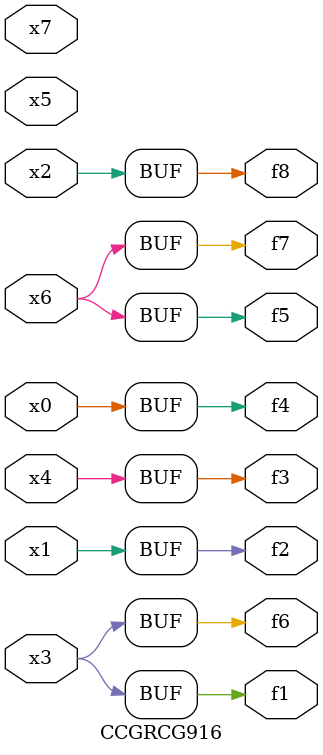
<source format=v>
module CCGRCG916(
	input x0, x1, x2, x3, x4, x5, x6, x7,
	output f1, f2, f3, f4, f5, f6, f7, f8
);
	assign f1 = x3;
	assign f2 = x1;
	assign f3 = x4;
	assign f4 = x0;
	assign f5 = x6;
	assign f6 = x3;
	assign f7 = x6;
	assign f8 = x2;
endmodule

</source>
